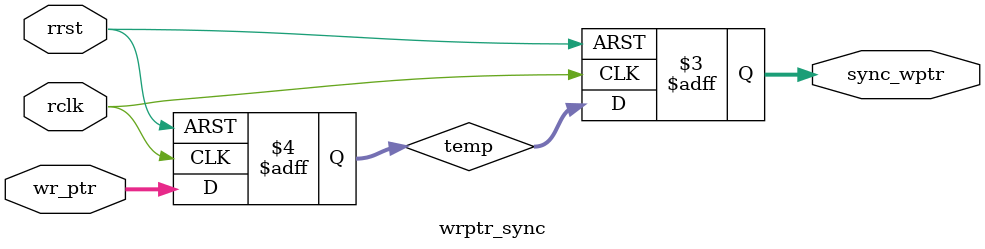
<source format=v>

module async_fifo #(parameter addr_size=4,data_size=8)
						(input rd_clk,wr_clk,rrst,wrst,rd_en,wr_en,input[data_size-1:0]wr_data,
						  output [data_size-1:0]data_out,output full,empty);
						  
wire wfullen,rempty_en;
wire [addr_size-1:0]wr_addr,rd_addr;
wire [addr_size:0]wr_ptr,rd_ptr,sync_rdptr,sync_wptr;

assign wfullen=wr_en & ~full;//write on fifo when mem is not full and wr_en is high
assign rempty_en=rd_en & ~empty;
gray_ptr wr_gray(wr_clk,wrst, wfullen,full,1'b1,wr_ptr,wr_addr);//for counting write pointer
gray_ptr rd_gray(rd_clk,rrst, rempty_en,1'b1,empty,rd_ptr,rd_addr);
rdptr_sync synrd(wr_clk,wrst,rd_ptr,sync_rdptr);
wrptr_sync syncwr(rd_clk,rrst,wr_ptr,sync_wptr);
fifo_empty f_emp(rd_clk,rrst,rd_ptr,sync_wptr,empty);
fifo_full f_full(wr_clk,wrst,wr_ptr,sync_rdptr,full );
fifo_mem_rd_wr mem1(wr_clk,wfullen,rempty_en,wr_addr,rd_addr,wr_data,data_out);
endmodule


/****************************************************************************************************************/


module fifo_full #(parameter addr_size=4)(input wclk,wrst,input[addr_size:0]wr_ptr,sync_rdptr,output reg full );

always@(posedge wclk or negedge wrst)
begin
if(!wrst) full<=1'b0;
else if((wr_ptr[addr_size]!=sync_rdptr[addr_size] )&& (wr_ptr[addr_size-1]!=sync_rdptr[addr_size-1])&& 
				wr_ptr[addr_size-2:0]==sync_rdptr[addr_size-2:0]) full<=1'b1;
else full<=1'b0;
end
endmodule


/****************************************************************************************************************/


module fifo_empty #(parameter addr_size=4)(input rclk,rrst,input[addr_size:0]rd_ptr,sync_wptr,output reg empty );

always@(posedge rclk or negedge rrst)
begin
if(!rrst) empty<=1'b1;
else if(rd_ptr==sync_wptr) empty<=1'b1;
else empty<=1'b0;
end
endmodule

/****************************************************************************************************************/

module gray_ptr #(parameter addr_size=4)
				(input clk,rst, inc_en,full,empty,output reg[addr_size:0]nxt_gray,output[addr_size:0]mem_addr );
		
wire [addr_size:0] nxt_binary;
reg [addr_size:0] binary;	

always @(posedge clk or negedge rst)
if(!rst) begin binary<=0;nxt_gray<=0;end
else if(inc_en) begin binary<=nxt_binary;nxt_gray<=nxt_binary ^ (nxt_binary>>1);end

//assign binary<=nxt_binary;
assign nxt_binary=binary+(inc_en & (~full|~empty));
//assign nxt_gray=nxt_binary ^ (nxt_binary>>1);
assign mem_addr=binary[addr_size-1:0];
endmodule


/****************************************************************************************************************/


module fifo_mem_rd_wr #(parameter addr_size=4,data_size=8)(input wr_clk,wr_en,rd_en,input[addr_size-1:0]wr_addr,rd_addr,
							input[data_size-1:0]wr_data,output[data_size-1:0]data_out);

localparam len=2**addr_size;							
reg [data_size-1:0]fifo_mem[0:len-1];				
assign data_out=rd_en?fifo_mem[rd_addr]:0;
always@(posedge wr_clk)
begin
	if(wr_en) fifo_mem[wr_addr]<=wr_data;
end
endmodule

/****************************************************************************************************************/

module rdptr_sync #(parameter addr_size=4)(input wclk,wrst,input[addr_size:0]rd_ptr,output reg[addr_size:0]sync_rdptr);

reg [addr_size:0]temp;
always@(posedge wclk or negedge wrst)//write pointer work on read clock
begin
if(!wrst)begin sync_rdptr<=0;
						temp<=0; end
else begin
			temp<=rd_ptr;
			sync_rdptr<=temp;
		end
end
endmodule

/****************************************************************************************************************/

module wrptr_sync #(parameter addr_size=4)(input rclk,rrst,input[addr_size:0]wr_ptr,output reg[addr_size:0]sync_wptr);

reg [addr_size:0]temp;
always@(posedge rclk or negedge rrst)//write pointer work on read clock
begin
if(!rrst)begin sync_wptr<=0;
						temp<=0; end
else begin
			temp<=wr_ptr;
			sync_wptr<=temp;
		end
end
endmodule






</source>
